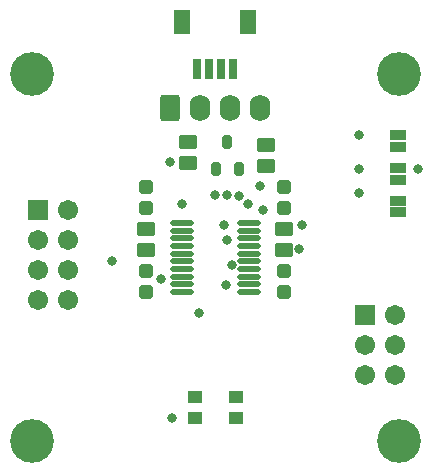
<source format=gts>
G04 Layer_Color=8388736*
%FSLAX44Y44*%
%MOMM*%
G71*
G01*
G75*
G04:AMPARAMS|DCode=33|XSize=1.2032mm|YSize=1.1032mm|CornerRadius=0.2141mm|HoleSize=0mm|Usage=FLASHONLY|Rotation=0.000|XOffset=0mm|YOffset=0mm|HoleType=Round|Shape=RoundedRectangle|*
%AMROUNDEDRECTD33*
21,1,1.2032,0.6750,0,0,0.0*
21,1,0.7750,1.1032,0,0,0.0*
1,1,0.4282,0.3875,-0.3375*
1,1,0.4282,-0.3875,-0.3375*
1,1,0.4282,-0.3875,0.3375*
1,1,0.4282,0.3875,0.3375*
%
%ADD33ROUNDEDRECTD33*%
%ADD34R,1.4732X0.8382*%
%ADD35R,1.2192X1.0668*%
%ADD36O,2.0032X0.5532*%
%ADD37R,1.4032X2.0032*%
%ADD38R,0.8032X1.7532*%
G04:AMPARAMS|DCode=39|XSize=0.8032mm|YSize=1.2032mm|CornerRadius=0.1766mm|HoleSize=0mm|Usage=FLASHONLY|Rotation=0.000|XOffset=0mm|YOffset=0mm|HoleType=Round|Shape=RoundedRectangle|*
%AMROUNDEDRECTD39*
21,1,0.8032,0.8500,0,0,0.0*
21,1,0.4500,1.2032,0,0,0.0*
1,1,0.3532,0.2250,-0.4250*
1,1,0.3532,-0.2250,-0.4250*
1,1,0.3532,-0.2250,0.4250*
1,1,0.3532,0.2250,0.4250*
%
%ADD39ROUNDEDRECTD39*%
G04:AMPARAMS|DCode=40|XSize=1.6032mm|YSize=1.2032mm|CornerRadius=0.2266mm|HoleSize=0mm|Usage=FLASHONLY|Rotation=0.000|XOffset=0mm|YOffset=0mm|HoleType=Round|Shape=RoundedRectangle|*
%AMROUNDEDRECTD40*
21,1,1.6032,0.7500,0,0,0.0*
21,1,1.1500,1.2032,0,0,0.0*
1,1,0.4532,0.5750,-0.3750*
1,1,0.4532,-0.5750,-0.3750*
1,1,0.4532,-0.5750,0.3750*
1,1,0.4532,0.5750,0.3750*
%
%ADD40ROUNDEDRECTD40*%
%ADD41C,1.7032*%
%ADD42R,1.7032X1.7032*%
%ADD43O,1.7272X2.2352*%
G04:AMPARAMS|DCode=44|XSize=1.7272mm|YSize=2.2352mm|CornerRadius=0.2921mm|HoleSize=0mm|Usage=FLASHONLY|Rotation=0.000|XOffset=0mm|YOffset=0mm|HoleType=Round|Shape=RoundedRectangle|*
%AMROUNDEDRECTD44*
21,1,1.7272,1.6510,0,0,0.0*
21,1,1.1430,2.2352,0,0,0.0*
1,1,0.5842,0.5715,-0.8255*
1,1,0.5842,-0.5715,-0.8255*
1,1,0.5842,-0.5715,0.8255*
1,1,0.5842,0.5715,0.8255*
%
%ADD44ROUNDEDRECTD44*%
%ADD45C,3.7032*%
%ADD46C,0.8032*%
D33*
X58420Y-11820D02*
D03*
Y-28820D02*
D03*
X-58420Y-11820D02*
D03*
Y-28820D02*
D03*
Y59300D02*
D03*
Y42300D02*
D03*
X58420D02*
D03*
Y59300D02*
D03*
D34*
X154940Y76200D02*
D03*
Y66040D02*
D03*
Y104140D02*
D03*
Y93980D02*
D03*
X154940Y47680D02*
D03*
Y38608D02*
D03*
D35*
X-17526Y-118250D02*
D03*
X17500D02*
D03*
X-17526Y-135890D02*
D03*
X17500D02*
D03*
D36*
X28500Y-29250D02*
D03*
Y-22750D02*
D03*
Y-16250D02*
D03*
Y-9750D02*
D03*
Y-3250D02*
D03*
Y3250D02*
D03*
Y9750D02*
D03*
Y16250D02*
D03*
Y22750D02*
D03*
Y29250D02*
D03*
X-28500Y-29250D02*
D03*
Y-22750D02*
D03*
Y-16250D02*
D03*
Y-9750D02*
D03*
Y-3250D02*
D03*
Y3250D02*
D03*
Y9750D02*
D03*
Y16250D02*
D03*
Y22750D02*
D03*
Y29250D02*
D03*
D37*
X27760Y199020D02*
D03*
X-28240D02*
D03*
D38*
X14760Y160020D02*
D03*
X4760D02*
D03*
X-5240D02*
D03*
X-15240D02*
D03*
D39*
X10160Y97860D02*
D03*
X19660Y74860D02*
D03*
X660D02*
D03*
D40*
X-22860Y79900D02*
D03*
Y97900D02*
D03*
X43180Y95360D02*
D03*
Y77360D02*
D03*
X58420Y24240D02*
D03*
Y6240D02*
D03*
X-58420D02*
D03*
Y24240D02*
D03*
D41*
X152400Y-99060D02*
D03*
X127000D02*
D03*
X152400Y-73660D02*
D03*
X127000D02*
D03*
X152400Y-48260D02*
D03*
X-124460Y40640D02*
D03*
X-149860Y15240D02*
D03*
X-124460D02*
D03*
X-149860Y-10160D02*
D03*
X-124460D02*
D03*
X-149860Y-35560D02*
D03*
X-124460D02*
D03*
D42*
X127000Y-48260D02*
D03*
X-149860Y40640D02*
D03*
D43*
X12700Y127000D02*
D03*
X-12700D02*
D03*
X38100D02*
D03*
D44*
X-38100D02*
D03*
D45*
X-155200Y-155200D02*
D03*
X155200D02*
D03*
Y155200D02*
D03*
X-155200D02*
D03*
D46*
X171450Y74930D02*
D03*
X-38100Y81280D02*
D03*
X71120Y7400D02*
D03*
X7620Y27940D02*
D03*
X10160Y15240D02*
D03*
X40640Y40640D02*
D03*
X27940Y45720D02*
D03*
X38100Y60960D02*
D03*
X-27940Y45720D02*
D03*
X-36830Y-135890D02*
D03*
X121920Y104140D02*
D03*
Y74930D02*
D03*
X0Y53340D02*
D03*
X10160D02*
D03*
X20320Y52070D02*
D03*
X121920Y54610D02*
D03*
X13970Y-6350D02*
D03*
X-87630Y-2540D02*
D03*
X-13970Y-46990D02*
D03*
X-45720Y-17780D02*
D03*
X8890Y-22860D02*
D03*
X73660Y27940D02*
D03*
M02*

</source>
